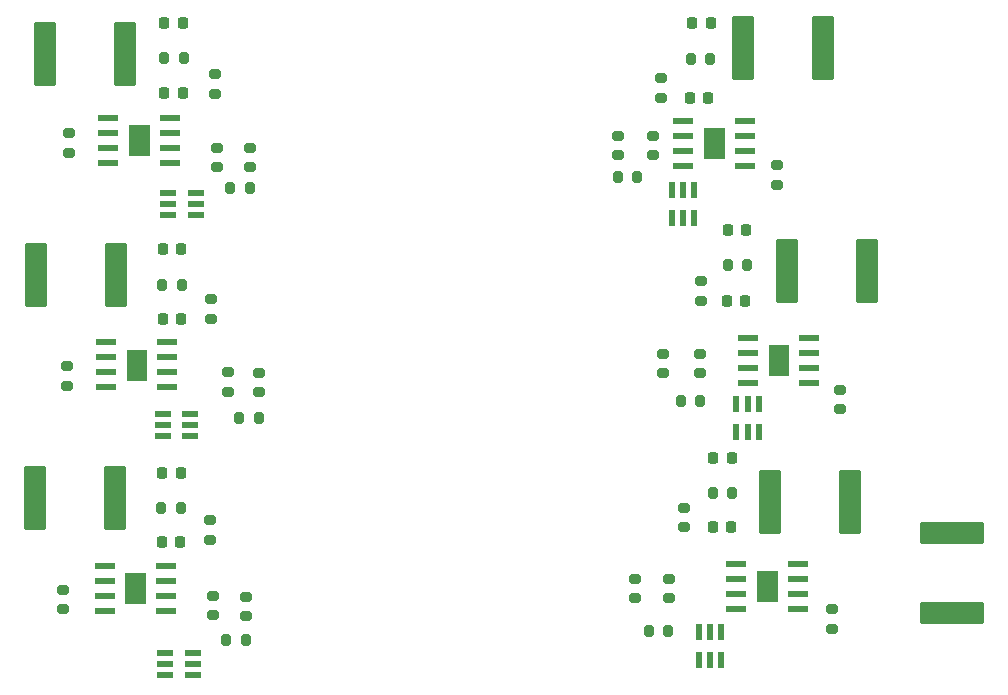
<source format=gbr>
%TF.GenerationSoftware,KiCad,Pcbnew,7.0.7*%
%TF.CreationDate,2024-02-19T11:01:39-08:00*%
%TF.ProjectId,MOSFET-board,4d4f5346-4554-42d6-926f-6172642e6b69,rev?*%
%TF.SameCoordinates,Original*%
%TF.FileFunction,Paste,Top*%
%TF.FilePolarity,Positive*%
%FSLAX46Y46*%
G04 Gerber Fmt 4.6, Leading zero omitted, Abs format (unit mm)*
G04 Created by KiCad (PCBNEW 7.0.7) date 2024-02-19 11:01:39*
%MOMM*%
%LPD*%
G01*
G04 APERTURE LIST*
G04 Aperture macros list*
%AMRoundRect*
0 Rectangle with rounded corners*
0 $1 Rounding radius*
0 $2 $3 $4 $5 $6 $7 $8 $9 X,Y pos of 4 corners*
0 Add a 4 corners polygon primitive as box body*
4,1,4,$2,$3,$4,$5,$6,$7,$8,$9,$2,$3,0*
0 Add four circle primitives for the rounded corners*
1,1,$1+$1,$2,$3*
1,1,$1+$1,$4,$5*
1,1,$1+$1,$6,$7*
1,1,$1+$1,$8,$9*
0 Add four rect primitives between the rounded corners*
20,1,$1+$1,$2,$3,$4,$5,0*
20,1,$1+$1,$4,$5,$6,$7,0*
20,1,$1+$1,$6,$7,$8,$9,0*
20,1,$1+$1,$8,$9,$2,$3,0*%
G04 Aperture macros list end*
%ADD10C,0.010000*%
%ADD11RoundRect,0.250000X2.475000X-0.712500X2.475000X0.712500X-2.475000X0.712500X-2.475000X-0.712500X0*%
%ADD12RoundRect,0.250000X-0.712500X-2.475000X0.712500X-2.475000X0.712500X2.475000X-0.712500X2.475000X0*%
%ADD13RoundRect,0.200000X-0.200000X-0.275000X0.200000X-0.275000X0.200000X0.275000X-0.200000X0.275000X0*%
%ADD14RoundRect,0.200000X0.275000X-0.200000X0.275000X0.200000X-0.275000X0.200000X-0.275000X-0.200000X0*%
%ADD15RoundRect,0.039900X0.800100X0.245100X-0.800100X0.245100X-0.800100X-0.245100X0.800100X-0.245100X0*%
%ADD16RoundRect,0.200000X-0.275000X0.200000X-0.275000X-0.200000X0.275000X-0.200000X0.275000X0.200000X0*%
%ADD17RoundRect,0.218750X-0.218750X-0.256250X0.218750X-0.256250X0.218750X0.256250X-0.218750X0.256250X0*%
%ADD18RoundRect,0.088500X-0.206500X0.606500X-0.206500X-0.606500X0.206500X-0.606500X0.206500X0.606500X0*%
%ADD19RoundRect,0.200000X0.200000X0.275000X-0.200000X0.275000X-0.200000X-0.275000X0.200000X-0.275000X0*%
%ADD20RoundRect,0.039900X-0.800100X-0.245100X0.800100X-0.245100X0.800100X0.245100X-0.800100X0.245100X0*%
%ADD21RoundRect,0.218750X0.218750X0.256250X-0.218750X0.256250X-0.218750X-0.256250X0.218750X-0.256250X0*%
%ADD22RoundRect,0.088500X-0.606500X-0.206500X0.606500X-0.206500X0.606500X0.206500X-0.606500X0.206500X0*%
%ADD23RoundRect,0.250000X0.712500X2.475000X-0.712500X2.475000X-0.712500X-2.475000X0.712500X-2.475000X0*%
G04 APERTURE END LIST*
%TO.C,U6*%
D10*
X190631000Y-131290000D02*
X188955000Y-131290000D01*
X188955000Y-128760000D01*
X190631000Y-128760000D01*
X190631000Y-131290000D01*
G36*
X190631000Y-131290000D02*
G01*
X188955000Y-131290000D01*
X188955000Y-128760000D01*
X190631000Y-128760000D01*
X190631000Y-131290000D01*
G37*
%TO.C,U1*%
X137155500Y-131460000D02*
X135479500Y-131460000D01*
X135479500Y-128930000D01*
X137155500Y-128930000D01*
X137155500Y-131460000D01*
G36*
X137155500Y-131460000D02*
G01*
X135479500Y-131460000D01*
X135479500Y-128930000D01*
X137155500Y-128930000D01*
X137155500Y-131460000D01*
G37*
%TO.C,U4*%
X191603000Y-112165000D02*
X189927000Y-112165000D01*
X189927000Y-109635000D01*
X191603000Y-109635000D01*
X191603000Y-112165000D01*
G36*
X191603000Y-112165000D02*
G01*
X189927000Y-112165000D01*
X189927000Y-109635000D01*
X191603000Y-109635000D01*
X191603000Y-112165000D01*
G37*
%TO.C,U2*%
X186153000Y-93795000D02*
X184477000Y-93795000D01*
X184477000Y-91265000D01*
X186153000Y-91265000D01*
X186153000Y-93795000D01*
G36*
X186153000Y-93795000D02*
G01*
X184477000Y-93795000D01*
X184477000Y-91265000D01*
X186153000Y-91265000D01*
X186153000Y-93795000D01*
G37*
%TO.C,U3*%
X137248000Y-112565000D02*
X135572000Y-112565000D01*
X135572000Y-110035000D01*
X137248000Y-110035000D01*
X137248000Y-112565000D01*
G36*
X137248000Y-112565000D02*
G01*
X135572000Y-112565000D01*
X135572000Y-110035000D01*
X137248000Y-110035000D01*
X137248000Y-112565000D01*
G37*
%TO.C,U5*%
X137463000Y-93540000D02*
X135787000Y-93540000D01*
X135787000Y-91010000D01*
X137463000Y-91010000D01*
X137463000Y-93540000D01*
G36*
X137463000Y-93540000D02*
G01*
X135787000Y-93540000D01*
X135787000Y-91010000D01*
X137463000Y-91010000D01*
X137463000Y-93540000D01*
G37*
%TD*%
D11*
%TO.C,F1*%
X205451000Y-132286000D03*
X205451000Y-125511000D03*
%TD*%
D12*
%TO.C,F7*%
X190062500Y-122875000D03*
X196837500Y-122875000D03*
%TD*%
D13*
%TO.C,R85*%
X144340000Y-96350000D03*
X145990000Y-96350000D03*
%TD*%
D14*
%TO.C,R100*%
X184125000Y-112025000D03*
X184125000Y-110375000D03*
%TD*%
D15*
%TO.C,U6*%
X192408000Y-131930000D03*
X192408000Y-130660000D03*
X192408000Y-129390000D03*
X192408000Y-128120000D03*
X187178000Y-128120000D03*
X187178000Y-129390000D03*
X187178000Y-130660000D03*
X187178000Y-131930000D03*
%TD*%
D16*
%TO.C,R104*%
X130500000Y-111425000D03*
X130500000Y-113075000D03*
%TD*%
%TO.C,R110*%
X195950000Y-113400000D03*
X195950000Y-115050000D03*
%TD*%
%TO.C,R33*%
X180800000Y-87025000D03*
X180800000Y-88675000D03*
%TD*%
D13*
%TO.C,R22*%
X185200000Y-122125000D03*
X186850000Y-122125000D03*
%TD*%
D14*
%TO.C,R75*%
X146040000Y-94550000D03*
X146040000Y-92900000D03*
%TD*%
D17*
%TO.C,D49*%
X183442500Y-82350000D03*
X185017500Y-82350000D03*
%TD*%
%TO.C,D50*%
X186462500Y-99875000D03*
X188037500Y-99875000D03*
%TD*%
D14*
%TO.C,R95*%
X143190000Y-94575000D03*
X143190000Y-92925000D03*
%TD*%
D12*
%TO.C,F10*%
X187737500Y-84500000D03*
X194512500Y-84500000D03*
%TD*%
D18*
%TO.C,U27*%
X185900000Y-133930000D03*
X184950000Y-133930000D03*
X184000000Y-133930000D03*
X184000000Y-136260000D03*
X184950000Y-136260000D03*
X185900000Y-136260000D03*
%TD*%
D16*
%TO.C,R105*%
X130690000Y-91700000D03*
X130690000Y-93350000D03*
%TD*%
D14*
%TO.C,R94*%
X144150000Y-113575000D03*
X144150000Y-111925000D03*
%TD*%
D19*
%TO.C,R90*%
X184125000Y-114375000D03*
X182475000Y-114375000D03*
%TD*%
D20*
%TO.C,U1*%
X133702500Y-128290000D03*
X133702500Y-129560000D03*
X133702500Y-130830000D03*
X133702500Y-132100000D03*
X138932500Y-132100000D03*
X138932500Y-130830000D03*
X138932500Y-129560000D03*
X138932500Y-128290000D03*
%TD*%
D15*
%TO.C,U4*%
X193380000Y-112805000D03*
X193380000Y-111535000D03*
X193380000Y-110265000D03*
X193380000Y-108995000D03*
X188150000Y-108995000D03*
X188150000Y-110265000D03*
X188150000Y-111535000D03*
X188150000Y-112805000D03*
%TD*%
D13*
%TO.C,R34*%
X183350000Y-85375000D03*
X185000000Y-85375000D03*
%TD*%
D21*
%TO.C,D44*%
X140212500Y-101525000D03*
X138637500Y-101525000D03*
%TD*%
D22*
%TO.C,U26*%
X139100000Y-96740000D03*
X139100000Y-97690000D03*
X139100000Y-98640000D03*
X141430000Y-98640000D03*
X141430000Y-97690000D03*
X141430000Y-96740000D03*
%TD*%
D18*
%TO.C,U30*%
X183650000Y-96490000D03*
X182700000Y-96490000D03*
X181750000Y-96490000D03*
X181750000Y-98820000D03*
X182700000Y-98820000D03*
X183650000Y-98820000D03*
%TD*%
D13*
%TO.C,R84*%
X145125000Y-115775000D03*
X146775000Y-115775000D03*
%TD*%
D16*
%TO.C,R13*%
X142714750Y-105757250D03*
X142714750Y-107407250D03*
%TD*%
D14*
%TO.C,R99*%
X180150000Y-93550000D03*
X180150000Y-91900000D03*
%TD*%
D16*
%TO.C,R21*%
X182775000Y-123400000D03*
X182775000Y-125050000D03*
%TD*%
D19*
%TO.C,R10*%
X140175000Y-123375000D03*
X138525000Y-123375000D03*
%TD*%
D21*
%TO.C,D33*%
X184837500Y-88675000D03*
X183262500Y-88675000D03*
%TD*%
D14*
%TO.C,R80*%
X181025000Y-112025000D03*
X181025000Y-110375000D03*
%TD*%
D15*
%TO.C,U2*%
X187930000Y-94435000D03*
X187930000Y-93165000D03*
X187930000Y-91895000D03*
X187930000Y-90625000D03*
X182700000Y-90625000D03*
X182700000Y-91895000D03*
X182700000Y-93165000D03*
X182700000Y-94435000D03*
%TD*%
D22*
%TO.C,U24*%
X138840000Y-135650000D03*
X138840000Y-136600000D03*
X138840000Y-137550000D03*
X141170000Y-137550000D03*
X141170000Y-136600000D03*
X141170000Y-135650000D03*
%TD*%
D18*
%TO.C,U31*%
X189100000Y-114622500D03*
X188150000Y-114622500D03*
X187200000Y-114622500D03*
X187200000Y-116952500D03*
X188150000Y-116952500D03*
X189100000Y-116952500D03*
%TD*%
D19*
%TO.C,R14*%
X140225000Y-104500000D03*
X138575000Y-104500000D03*
%TD*%
D16*
%TO.C,R9*%
X142622250Y-124461250D03*
X142622250Y-126111250D03*
%TD*%
D21*
%TO.C,D37*%
X187962500Y-105850000D03*
X186387500Y-105850000D03*
%TD*%
D12*
%TO.C,F11*%
X191512500Y-103330000D03*
X198287500Y-103330000D03*
%TD*%
D21*
%TO.C,D43*%
X140137500Y-120475000D03*
X138562500Y-120475000D03*
%TD*%
D16*
%TO.C,R103*%
X130225000Y-130350000D03*
X130225000Y-132000000D03*
%TD*%
D14*
%TO.C,R96*%
X181475000Y-131075000D03*
X181475000Y-129425000D03*
%TD*%
%TO.C,R76*%
X178650000Y-131075000D03*
X178650000Y-129425000D03*
%TD*%
%TO.C,R74*%
X146775000Y-113600000D03*
X146775000Y-111950000D03*
%TD*%
%TO.C,R79*%
X177175000Y-93550000D03*
X177175000Y-91900000D03*
%TD*%
D13*
%TO.C,R38*%
X186450000Y-102825000D03*
X188100000Y-102825000D03*
%TD*%
D16*
%TO.C,R109*%
X190675000Y-94400000D03*
X190675000Y-96050000D03*
%TD*%
%TO.C,R17*%
X143065000Y-86700000D03*
X143065000Y-88350000D03*
%TD*%
D14*
%TO.C,R73*%
X145700000Y-132575000D03*
X145700000Y-130925000D03*
%TD*%
D19*
%TO.C,R89*%
X178825000Y-95425000D03*
X177175000Y-95425000D03*
%TD*%
D17*
%TO.C,D17*%
X138752500Y-88300000D03*
X140327500Y-88300000D03*
%TD*%
D21*
%TO.C,D45*%
X140327500Y-82325000D03*
X138752500Y-82325000D03*
%TD*%
D22*
%TO.C,U25*%
X138640000Y-115460000D03*
X138640000Y-116410000D03*
X138640000Y-117360000D03*
X140970000Y-117360000D03*
X140970000Y-116410000D03*
X140970000Y-115460000D03*
%TD*%
D20*
%TO.C,U3*%
X133795000Y-109395000D03*
X133795000Y-110665000D03*
X133795000Y-111935000D03*
X133795000Y-113205000D03*
X139025000Y-113205000D03*
X139025000Y-111935000D03*
X139025000Y-110665000D03*
X139025000Y-109395000D03*
%TD*%
D23*
%TO.C,F4*%
X134625000Y-122575000D03*
X127850000Y-122575000D03*
%TD*%
D16*
%TO.C,R37*%
X184200000Y-104200000D03*
X184200000Y-105850000D03*
%TD*%
D17*
%TO.C,D13*%
X138625250Y-107407250D03*
X140200250Y-107407250D03*
%TD*%
%TO.C,D46*%
X185250000Y-119175000D03*
X186825000Y-119175000D03*
%TD*%
D23*
%TO.C,F6*%
X135455619Y-84980001D03*
X128680619Y-84980001D03*
%TD*%
D21*
%TO.C,D21*%
X186762500Y-125050000D03*
X185187500Y-125050000D03*
%TD*%
D19*
%TO.C,R18*%
X140415000Y-85350000D03*
X138765000Y-85350000D03*
%TD*%
D20*
%TO.C,U5*%
X134010000Y-90370000D03*
X134010000Y-91640000D03*
X134010000Y-92910000D03*
X134010000Y-94180000D03*
X139240000Y-94180000D03*
X139240000Y-92910000D03*
X139240000Y-91640000D03*
X139240000Y-90370000D03*
%TD*%
D19*
%TO.C,R86*%
X181450000Y-133825000D03*
X179800000Y-133825000D03*
%TD*%
D16*
%TO.C,R106*%
X195300000Y-131975000D03*
X195300000Y-133625000D03*
%TD*%
D13*
%TO.C,R83*%
X144000000Y-134625000D03*
X145650000Y-134625000D03*
%TD*%
D17*
%TO.C,D9*%
X138532750Y-126302250D03*
X140107750Y-126302250D03*
%TD*%
D23*
%TO.C,F5*%
X134717500Y-103680000D03*
X127942500Y-103680000D03*
%TD*%
D14*
%TO.C,R93*%
X142875000Y-132500000D03*
X142875000Y-130850000D03*
%TD*%
M02*

</source>
